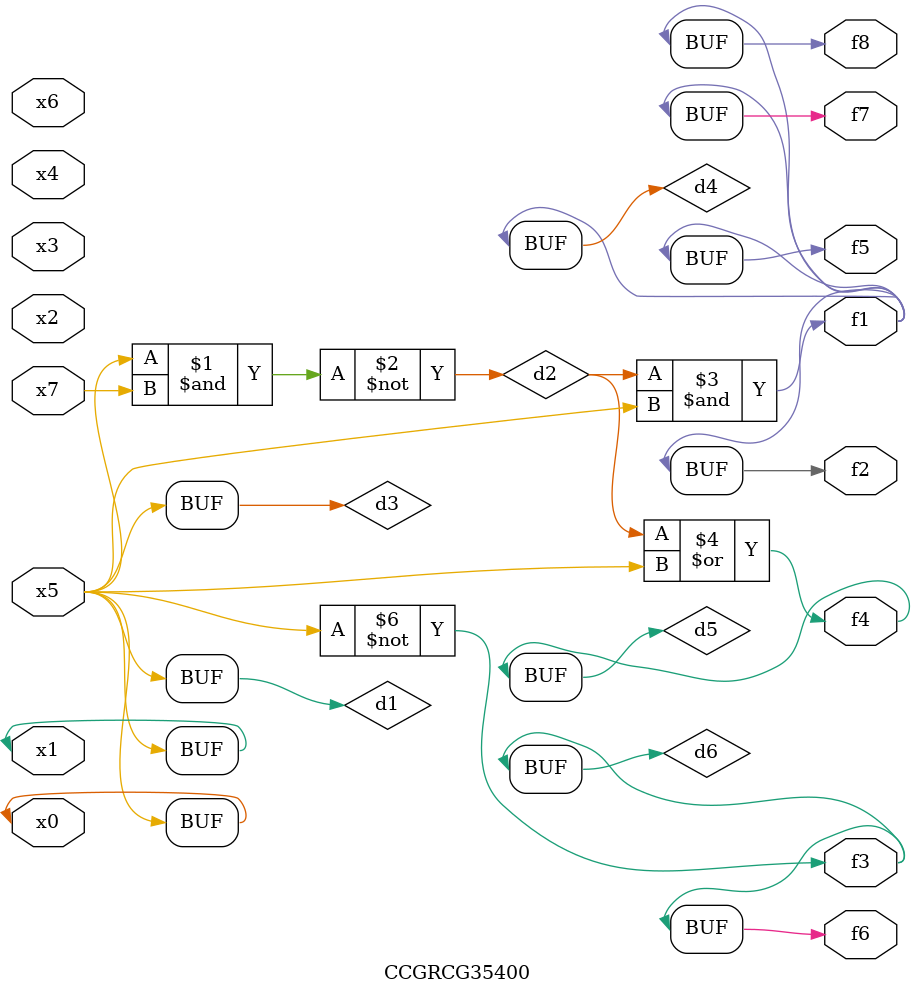
<source format=v>
module CCGRCG35400(
	input x0, x1, x2, x3, x4, x5, x6, x7,
	output f1, f2, f3, f4, f5, f6, f7, f8
);

	wire d1, d2, d3, d4, d5, d6;

	buf (d1, x0, x5);
	nand (d2, x5, x7);
	buf (d3, x0, x1);
	and (d4, d2, d3);
	or (d5, d2, d3);
	nor (d6, d1, d3);
	assign f1 = d4;
	assign f2 = d4;
	assign f3 = d6;
	assign f4 = d5;
	assign f5 = d4;
	assign f6 = d6;
	assign f7 = d4;
	assign f8 = d4;
endmodule

</source>
